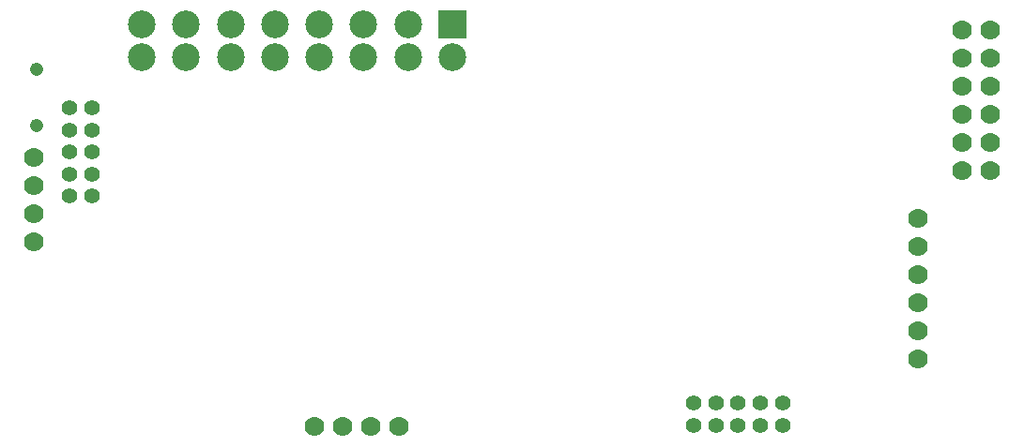
<source format=gbp>
G04 EAGLE Gerber RS-274X export*
G75*
%MOMM*%
%FSLAX34Y34*%
%LPD*%
%INBottom Paste*%
%IPPOS*%
%AMOC8*
5,1,8,0,0,1.08239X$1,22.5*%
G01*
%ADD10R,2.500000X2.500000*%
%ADD11C,2.500000*%
%ADD12C,1.778000*%
%ADD13C,1.208000*%
%ADD14C,1.422400*%


D10*
X433000Y426300D03*
D11*
X393000Y426300D03*
X353000Y426300D03*
X313000Y426300D03*
X273000Y426300D03*
X233000Y426300D03*
X193000Y426300D03*
X153000Y426300D03*
X433000Y396300D03*
X393000Y396300D03*
X353000Y396300D03*
X313000Y396300D03*
X273000Y396300D03*
X233000Y396300D03*
X193000Y396300D03*
X153000Y396300D03*
D12*
X56000Y306000D03*
X56000Y280600D03*
X56000Y255200D03*
X56000Y229800D03*
D13*
X58000Y385400D03*
X58000Y334600D03*
D14*
X108000Y271000D03*
X88000Y271000D03*
X108000Y291000D03*
X88000Y291000D03*
X108000Y311000D03*
X88000Y311000D03*
X108000Y331000D03*
X88000Y331000D03*
X108000Y351000D03*
X88000Y351000D03*
D12*
X309000Y63000D03*
X334400Y63000D03*
X359800Y63000D03*
X385200Y63000D03*
X893000Y421000D03*
X918400Y421000D03*
X893000Y395600D03*
X918400Y395600D03*
X893000Y370200D03*
X918400Y370200D03*
X893000Y344800D03*
X918400Y344800D03*
X893000Y319400D03*
X918400Y319400D03*
X893000Y294000D03*
X918400Y294000D03*
D14*
X731000Y84000D03*
X731000Y64000D03*
X711000Y84000D03*
X711000Y64000D03*
X691000Y84000D03*
X691000Y64000D03*
X671000Y84000D03*
X671000Y64000D03*
X651000Y84000D03*
X651000Y64000D03*
D12*
X853000Y124000D03*
X853000Y149400D03*
X853000Y174800D03*
X853000Y200200D03*
X853000Y225600D03*
X853000Y251000D03*
M02*

</source>
